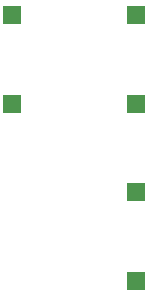
<source format=gbr>
%TF.GenerationSoftware,KiCad,Pcbnew,8.0.8*%
%TF.CreationDate,2025-07-15T17:27:57-07:00*%
%TF.ProjectId,Map Lights,4d617020-4c69-4676-9874-732e6b696361,rev?*%
%TF.SameCoordinates,Original*%
%TF.FileFunction,Paste,Bot*%
%TF.FilePolarity,Positive*%
%FSLAX46Y46*%
G04 Gerber Fmt 4.6, Leading zero omitted, Abs format (unit mm)*
G04 Created by KiCad (PCBNEW 8.0.8) date 2025-07-15 17:27:57*
%MOMM*%
%LPD*%
G01*
G04 APERTURE LIST*
%ADD10R,1.500000X1.500000*%
G04 APERTURE END LIST*
D10*
%TO.C,DV*%
X165500000Y-88000000D03*
%TD*%
%TO.C,CI*%
X165500000Y-95500000D03*
%TD*%
%TO.C,RW*%
X155000000Y-80500000D03*
%TD*%
%TO.C,JT*%
X165500000Y-103000000D03*
%TD*%
%TO.C,YM*%
X155000000Y-88000000D03*
%TD*%
%TO.C,SQ*%
X165500000Y-80500000D03*
%TD*%
M02*

</source>
